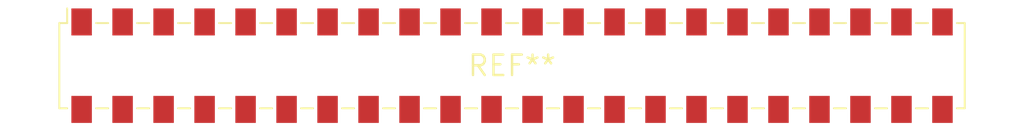
<source format=kicad_pcb>
(kicad_pcb (version 20240108) (generator pcbnew)
  (layers (0 "F.Cu" signal) (31 "B.Cu" signal) (34 "B.Paste" user) (35 "F.Paste" user) (36 "B.SilkS" user "B.Silkscreen") (37 "F.SilkS" user "F.Silkscreen") (38 "B.Mask" user) (39 "F.Mask" user) (44 "Edge.Cuts" user))
  (net 0 "")
  (footprint "Samtec_HLE-122-02-xxx-DV-BE-LC_2x22_P2.54mm_Horizontal" (layer "F.Cu") (at 0 0)
    (property "Reference" "REF**")
    (property "Value" "Samtec_HLE-122-02-xxx-DV-BE-LC_2x22_P2.54mm_Horizontal")
    (fp_line (start -28.05 -2.65) (end -28.05 2.65) (layer "F.SilkS") (stroke (width 0.12)))
    (fp_line (start -28.05 2.65) (end -27.565 2.65) (layer "F.SilkS") (stroke (width 0.12)))
    (fp_line (start -27.565 -3.56) (end -27.565 -2.65) (layer "F.SilkS") (stroke (width 0.12)))
    (fp_line (start -27.565 -2.65) (end -28.05 -2.65) (layer "F.SilkS") (stroke (width 0.12)))
    (fp_line (start -25.775 -2.65) (end -25.025 -2.65) (layer "F.SilkS") (stroke (width 0.12)))
    (fp_line (start -25.775 2.65) (end -25.025 2.65) (layer "F.SilkS") (stroke (width 0.12)))
    (fp_line (start -23.235 -2.65) (end -22.485 -2.65) (layer "F.SilkS") (stroke (width 0.12)))
    (fp_line (start -23.235 2.65) (end -22.485 2.65) (layer "F.SilkS") (stroke (width 0.12)))
    (fp_line (start -20.695 -2.65) (end -19.945 -2.65) (layer "F.SilkS") (stroke (width 0.12)))
    (fp_line (start -20.695 2.65) (end -19.945 2.65) (layer "F.SilkS") (stroke (width 0.12)))
    (fp_line (start -18.155 -2.65) (end -17.405 -2.65) (layer "F.SilkS") (stroke (width 0.12)))
    (fp_line (start -18.155 2.65) (end -17.405 2.65) (layer "F.SilkS") (stroke (width 0.12)))
    (fp_line (start -15.615 -2.65) (end -14.865 -2.65) (layer "F.SilkS") (stroke (width 0.12)))
    (fp_line (start -15.615 2.65) (end -14.865 2.65) (layer "F.SilkS") (stroke (width 0.12)))
    (fp_line (start -13.075 -2.65) (end -12.325 -2.65) (layer "F.SilkS") (stroke (width 0.12)))
    (fp_line (start -13.075 2.65) (end -12.325 2.65) (layer "F.SilkS") (stroke (width 0.12)))
    (fp_line (start -10.535 -2.65) (end -9.785 -2.65) (layer "F.SilkS") (stroke (width 0.12)))
    (fp_line (start -10.535 2.65) (end -9.785 2.65) (layer "F.SilkS") (stroke (width 0.12)))
    (fp_line (start -7.995 -2.65) (end -7.245 -2.65) (layer "F.SilkS") (stroke (width 0.12)))
    (fp_line (start -7.995 2.65) (end -7.245 2.65) (layer "F.SilkS") (stroke (width 0.12)))
    (fp_line (start -5.455 -2.65) (end -4.705 -2.65) (layer "F.SilkS") (stroke (width 0.12)))
    (fp_line (start -5.455 2.65) (end -4.705 2.65) (layer "F.SilkS") (stroke (width 0.12)))
    (fp_line (start -2.915 -2.65) (end -2.165 -2.65) (layer "F.SilkS") (stroke (width 0.12)))
    (fp_line (start -2.915 2.65) (end -2.165 2.65) (layer "F.SilkS") (stroke (width 0.12)))
    (fp_line (start -0.375 -2.65) (end 0.375 -2.65) (layer "F.SilkS") (stroke (width 0.12)))
    (fp_line (start -0.375 2.65) (end 0.375 2.65) (layer "F.SilkS") (stroke (width 0.12)))
    (fp_line (start 2.165 -2.65) (end 2.915 -2.65) (layer "F.SilkS") (stroke (width 0.12)))
    (fp_line (start 2.165 2.65) (end 2.915 2.65) (layer "F.SilkS") (stroke (width 0.12)))
    (fp_line (start 4.705 -2.65) (end 5.455 -2.65) (layer "F.SilkS") (stroke (width 0.12)))
    (fp_line (start 4.705 2.65) (end 5.455 2.65) (layer "F.SilkS") (stroke (width 0.12)))
    (fp_line (start 7.245 -2.65) (end 7.995 -2.65) (layer "F.SilkS") (stroke (width 0.12)))
    (fp_line (start 7.245 2.65) (end 7.995 2.65) (layer "F.SilkS") (stroke (width 0.12)))
    (fp_line (start 9.785 -2.65) (end 10.535 -2.65) (layer "F.SilkS") (stroke (width 0.12)))
    (fp_line (start 9.785 2.65) (end 10.535 2.65) (layer "F.SilkS") (stroke (width 0.12)))
    (fp_line (start 12.325 -2.65) (end 13.075 -2.65) (layer "F.SilkS") (stroke (width 0.12)))
    (fp_line (start 12.325 2.65) (end 13.075 2.65) (layer "F.SilkS") (stroke (width 0.12)))
    (fp_line (start 14.865 -2.65) (end 15.615 -2.65) (layer "F.SilkS") (stroke (width 0.12)))
    (fp_line (start 14.865 2.65) (end 15.615 2.65) (layer "F.SilkS") (stroke (width 0.12)))
    (fp_line (start 17.405 -2.65) (end 18.155 -2.65) (layer "F.SilkS") (stroke (width 0.12)))
    (fp_line (start 17.405 2.65) (end 18.155 2.65) (layer "F.SilkS") (stroke (width 0.12)))
    (fp_line (start 19.945 -2.65) (end 20.695 -2.65) (layer "F.SilkS") (stroke (width 0.12)))
    (fp_line (start 19.945 2.65) (end 20.695 2.65) (layer "F.SilkS") (stroke (width 0.12)))
    (fp_line (start 22.485 -2.65) (end 23.235 -2.65) (layer "F.SilkS") (stroke (width 0.12)))
    (fp_line (start 22.485 2.65) (end 23.235 2.65) (layer "F.SilkS") (stroke (width 0.12)))
    (fp_line (start 25.025 -2.65) (end 25.775 -2.65) (layer "F.SilkS") (stroke (width 0.12)))
    (fp_line (start 25.025 2.65) (end 25.775 2.65) (layer "F.SilkS") (stroke (width 0.12)))
    (fp_line (start 27.565 -2.65) (end 28.05 -2.65) (layer "F.SilkS") (stroke (width 0.12)))
    (fp_line (start 28.05 -2.65) (end 28.05 2.65) (layer "F.SilkS") (stroke (width 0.12)))
    (fp_line (start 28.05 2.65) (end 27.565 2.65) (layer "F.SilkS") (stroke (width 0.12)))
    (pad "" np_thru_hole circle (at -26.67 -1.27) (size 0.97 0.97) (drill 0.97) (layers *.Cu *.Mask))
    (pad "" np_thru_hole circle (at -26.67 1.27) (size 0.97 0.97) (drill 0.97) (layers *.Cu *.Mask))
    (pad "" np_thru_hole circle (at -25.4 0) (size 1.19 1.19) (drill 1.19) (layers *.Cu *.Mask))
    (pad "" np_thru_hole circle (at -24.13 -1.27) (size 0.97 0.97) (drill 0.97) (layers *.Cu *.Mask))
    (pad "" np_thru_hole circle (at -24.13 1.27) (size 0.97 0.97) (drill 0.97) (layers *.Cu *.Mask))
    (pad "" np_thru_hole circle (at -21.59 -1.27) (size 0.97 0.97) (drill 0.97) (layers *.Cu *.Mask))
    (pad "" np_thru_hole circle (at -21.59 1.27) (size 0.97 0.97) (drill 0.97) (layers *.Cu *.Mask))
    (pad "" np_thru_hole circle (at -19.05 -1.27) (size 0.97 0.97) (drill 0.97) (layers *.Cu *.Mask))
    (pad "" np_thru_hole circle (at -19.05 1.27) (size 0.97 0.97) (drill 0.97) (layers *.Cu *.Mask))
    (pad "" np_thru_hole circle (at -16.51 -1.27) (size 0.97 0.97) (drill 0.97) (layers *.Cu *.Mask))
    (pad "" np_thru_hole circle (at -16.51 1.27) (size 0.97 0.97) (drill 0.97) (layers *.Cu *.Mask))
    (pad "" np_thru_hole circle (at -13.97 -1.27) (size 0.97 0.97) (drill 0.97) (layers *.Cu *.Mask))
    (pad "" np_thru_hole circle (at -13.97 1.27) (size 0.97 0.97) (drill 0.97) (layers *.Cu *.Mask))
    (pad "" np_thru_hole circle (at -11.43 -1.27) (size 0.97 0.97) (drill 0.97) (layers *.Cu *.Mask))
    (pad "" np_thru_hole circle (at -11.43 1.27) (size 0.97 0.97) (drill 0.97) (layers *.Cu *.Mask))
    (pad "" np_thru_hole circle (at -8.89 -1.27) (size 0.97 0.97) (drill 0.97) (layers *.Cu *.Mask))
    (pad "" np_thru_hole circle (at -8.89 1.27) (size 0.97 0.97) (drill 0.97) (layers *.Cu *.Mask))
    (pad "" np_thru_hole circle (at -6.35 -1.27) (size 0.97 0.97) (drill 0.97) (layers *.Cu *.Mask))
    (pad "" np_thru_hole circle (at -6.35 1.27) (size 0.97 0.97) (drill 0.97) (layers *.Cu *.Mask))
    (pad "" np_thru_hole circle (at -3.81 -1.27) (size 0.97 0.97) (drill 0.97) (layers *.Cu *.Mask))
    (pad "" np_thru_hole circle (at -3.81 1.27) (size 0.97 0.97) (drill 0.97) (layers *.Cu *.Mask))
    (pad "" np_thru_hole circle (at -1.27 -1.27) (size 0.97 0.97) (drill 0.97) (layers *.Cu *.Mask))
    (pad "" np_thru_hole circle (at -1.27 1.27) (size 0.97 0.97) (drill 0.97) (layers *.Cu *.Mask))
    (pad "" np_thru_hole circle (at 1.27 -1.27) (size 0.97 0.97) (drill 0.97) (layers *.Cu *.Mask))
    (pad "" np_thru_hole circle (at 1.27 1.27) (size 0.97 0.97) (drill 0.97) (layers *.Cu *.Mask))
    (pad "" np_thru_hole circle (at 3.81 -1.27) (size 0.97 0.97) (drill 0.97) (layers *.Cu *.Mask))
    (pad "" np_thru_hole circle (at 3.81 1.27) (size 0.97 0.97) (drill 0.97) (layers *.Cu *.Mask))
    (pad "" np_thru_hole circle (at 6.35 -1.27) (size 0.97 0.97) (drill 0.97) (layers *.Cu *.Mask))
    (pad "" np_thru_hole circle (at 6.35 1.27) (size 0.97 0.97) (drill 0.97) (layers *.Cu *.Mask))
    (pad "" np_thru_hole circle (at 8.89 -1.27) (size 0.97 0.97) (drill 0.97) (layers *.Cu *.Mask))
    (pad "" np_thru_hole circle (at 8.89 1.27) (size 0.97 0.97) (drill 0.97) (layers *.Cu *.Mask))
    (pad "" np_thru_hole circle (at 11.43 -1.27) (size 0.97 0.97) (drill 0.97) (layers *.Cu *.Mask))
    (pad "" np_thru_hole circle (at 11.43 1.27) (size 0.97 0.97) (drill 0.97) (layers *.Cu *.Mask))
    (pad "" np_thru_hole circle (at 13.97 -1.27) (size 0.97 0.97) (drill 0.97) (layers *.Cu *.Mask))
    (pad "" np_thru_hole circle (at 13.97 1.27) (size 0.97 0.97) (drill 0.97) (layers *.Cu *.Mask))
    (pad "" np_thru_hole circle (at 16.51 -1.27) (size 0.97 0.97) (drill 0.97) (layers *.Cu *.Mask))
    (pad "" np_thru_hole circle (at 16.51 1.27) (size 0.97 0.97) (drill 0.97) (layers *.Cu *.Mask))
    (pad "" np_thru_hole circle (at 19.05 -1.27) (size 0.97 0.97) (drill 0.97) (layers *.Cu *.Mask))
    (pad "" np_thru_hole circle (at 19.05 1.27) (size 0.97 0.97) (drill 0.97) (layers *.Cu *.Mask))
    (pad "" np_thru_hole circle (at 21.59 -1.27) (size 0.97 0.97) (drill 0.97) (layers *.Cu *.Mask))
    (pad "" np_thru_hole circle (at 21.59 1.27) (size 0.97 0.97) (drill 0.97) (layers *.Cu *.Mask))
    (pad "" np_thru_hole circle (at 24.13 -1.27) (size 0.97 0.97) (drill 0.97) (layers *.Cu *.Mask))
    (pad "" np_thru_hole circle (at 24.13 1.27) (size 0.97 0.97) (drill 0.97) (layers *.Cu *.Mask))
    (pad "" np_thru_hole circle (at 25.4 0) (size 1.19 1.19) (drill 1.19) (layers *.Cu *.Mask))
    (pad "" np_thru_hole circle (at 26.67 -1.27) (size 0.97 0.97) (drill 0.97) (layers *.Cu *.Mask))
    (pad "" np_thru_hole circle (at 26.67 1.27) (size 0.97 0.97) (drill 0.97) (layers *.Cu *.Mask))
    (pad "1" smd rect (at -26.67 -2.72) (size 1.27 1.68) (layers "F.Cu" "F.Paste" "F.Mask"))
    (pad "2" smd rect (at -26.67 2.72) (size 1.27 1.68) (layers "F.Cu" "F.Paste" "F.Mask"))
    (pad "3" smd rect (at -24.13 -2.72) (size 1.27 1.68) (layers "F.Cu" "F.Paste" "F.Mask"))
    (pad "4" smd rect (at -24.13 2.72) (size 1.27 1.68) (layers "F.Cu" "F.Paste" "F.Mask"))
    (pad "5" smd rect (at -21.59 -2.72) (size 1.27 1.68) (layers "F.Cu" "F.Paste" "F.Mask"))
    (pad "6" smd rect (at -21.59 2.72) (size 1.27 1.68) (layers "F.Cu" "F.Paste" "F.Mask"))
    (pad "7" smd rect (at -19.05 -2.72) (size 1.27 1.68) (layers "F.Cu" "F.Paste" "F.Mask"))
    (pad "8" smd rect (at -19.05 2.72) (size 1.27 1.68) (layers "F.Cu" "F.Paste" "F.Mask"))
    (pad "9" smd rect (at -16.51 -2.72) (size 1.27 1.68) (layers "F.Cu" "F.Paste" "F.Mask"))
    (pad "10" smd rect (at -16.51 2.72) (size 1.27 1.68) (layers "F.Cu" "F.Paste" "F.Mask"))
    (pad "11" smd rect (at -13.97 -2.72) (size 1.27 1.68) (layers "F.Cu" "F.Paste" "F.Mask"))
    (pad "12" smd rect (at -13.97 2.72) (size 1.27 1.68) (layers "F.Cu" "F.Paste" "F.Mask"))
    (pad "13" smd rect (at -11.43 -2.72) (size 1.27 1.68) (layers "F.Cu" "F.Paste" "F.Mask"))
    (pad "14" smd rect (at -11.43 2.72) (size 1.27 1.68) (layers "F.Cu" "F.Paste" "F.Mask"))
    (pad "15" smd rect (at -8.89 -2.72) (size 1.27 1.68) (layers "F.Cu" "F.Paste" "F.Mask"))
    (pad "16" smd rect (at -8.89 2.72) (size 1.27 1.68) (layers "F.Cu" "F.Paste" "F.Mask"))
    (pad "17" smd rect (at -6.35 -2.72) (size 1.27 1.68) (layers "F.Cu" "F.Paste" "F.Mask"))
    (pad "18" smd rect (at -6.35 2.72) (size 1.27 1.68) (layers "F.Cu" "F.Paste" "F.Mask"))
    (pad "19" smd rect (at -3.81 -2.72) (size 1.27 1.68) (layers "F.Cu" "F.Paste" "F.Mask"))
    (pad "20" smd rect (at -3.81 2.72) (size 1.27 1.68) (layers "F.Cu" "F.Paste" "F.Mask"))
    (pad "21" smd rect (at -1.27 -2.72) (size 1.27 1.68) (layers "F.Cu" "F.Paste" "F.Mask"))
    (pad "22" smd rect (at -1.27 2.72) (size 1.27 1.68) (layers "F.Cu" "F.Paste" "F.Mask"))
    (pad "23" smd rect (at 1.27 -2.72) (size 1.27 1.68) (layers "F.Cu" "F.Paste" "F.Mask"))
    (pad "24" smd rect (at 1.27 2.72) (size 1.27 1.68) (layers "F.Cu" "F.Paste" "F.Mask"))
    (pad "25" smd rect (at 3.81 -2.72) (size 1.27 1.68) (layers "F.Cu" "F.Paste" "F.Mask"))
    (pad "26" smd rect (at 3.81 2.72) (size 1.27 1.68) (layers "F.Cu" "F.Paste" "F.Mask"))
    (pad "27" smd rect (at 6.35 -2.72) (size 1.27 1.68) (layers "F.Cu" "F.Paste" "F.Mask"))
    (pad "28" smd rect (at 6.35 2.72) (size 1.27 1.68) (layers "F.Cu" "F.Paste" "F.Mask"))
    (pad "29" smd rect (at 8.89 -2.72) (size 1.27 1.68) (layers "F.Cu" "F.Paste" "F.Mask"))
    (pad "30" smd rect (at 8.89 2.72) (size 1.27 1.68) (layers "F.Cu" "F.Paste" "F.Mask"))
    (pad "31" smd rect (at 11.43 -2.72) (size 1.27 1.68) (layers "F.Cu" "F.Paste" "F.Mask"))
    (pad "32" smd rect (at 11.43 2.72) (size 1.27 1.68) (layers "F.Cu" "F.Paste" "F.Mask"))
    (pad "33" smd rect (at 13.97 -2.72) (size 1.27 1.68) (layers "F.Cu" "F.Paste" "F.Mask"))
    (pad "34" smd rect (at 13.97 2.72) (size 1.27 1.68) (layers "F.Cu" "F.Paste" "F.Mask"))
    (pad "35" smd rect (at 16.51 -2.72) (size 1.27 1.68) (layers "F.Cu" "F.Paste" "F.Mask"))
    (pad "36" smd rect (at 16.51 2.72) (size 1.27 1.68) (layers "F.Cu" "F.Paste" "F.Mask"))
    (pad "37" smd rect (at 19.05 -2.72) (size 1.27 1.68) (layers "F.Cu" "F.Paste" "F.Mask"))
    (pad "38" smd rect (at 19.05 2.72) (size 1.27 1.68) (layers "F.Cu" "F.Paste" "F.Mask"))
    (pad "39" smd rect (at 21.59 -2.72) (size 1.27 1.68) (layers "F.Cu" "F.Paste" "F.Mask"))
    (pad "40" smd rect (at 21.59 2.72) (size 1.27 1.68) (layers "F.Cu" "F.Paste" "F.Mask"))
    (pad "41" smd rect (at 24.13 -2.72) (size 1.27 1.68) (layers "F.Cu" "F.Paste" "F.Mask"))
    (pad "42" smd rect (at 24.13 2.72) (size 1.27 1.68) (layers "F.Cu" "F.Paste" "F.Mask"))
    (pad "43" smd rect (at 26.67 -2.72) (size 1.27 1.68) (layers "F.Cu" "F.Paste" "F.Mask"))
    (pad "44" smd rect (at 26.67 2.72) (size 1.27 1.68) (layers "F.Cu" "F.Paste" "F.Mask"))
  )
)
</source>
